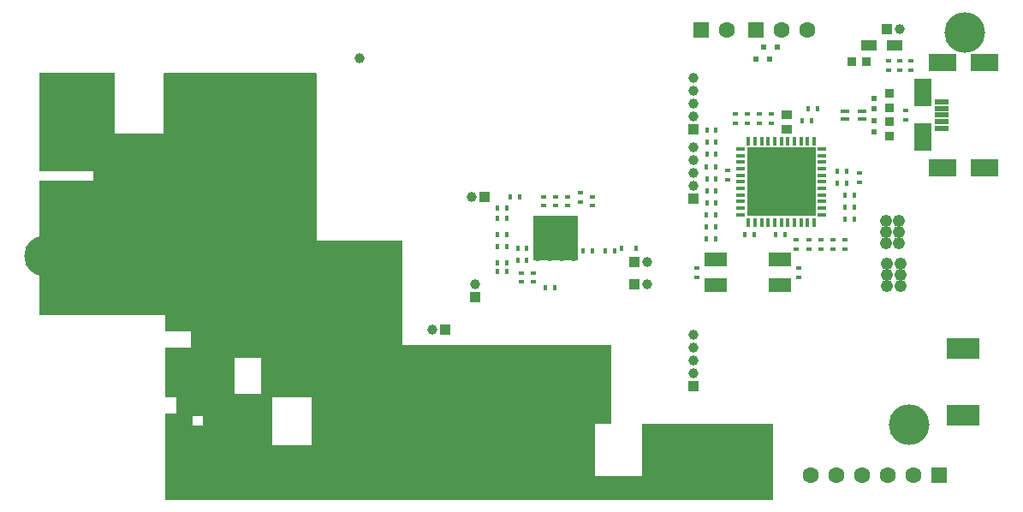
<source format=gbs>
%FSLAX25Y25*%
%MOIN*%
G70*
G01*
G75*
G04 Layer_Color=16711935*
%ADD10C,0.01102*%
%ADD11R,0.01969X0.01969*%
%ADD12C,0.06811*%
%ADD13R,0.02200X0.02200*%
%ADD14R,0.24016X0.12047*%
%ADD15R,0.04331X0.02559*%
%ADD16R,0.04331X0.02200*%
%ADD17R,0.02362X0.04724*%
%ADD18R,0.01882X0.01024*%
%ADD19R,0.06890X0.05709*%
%ADD20R,0.05709X0.06890*%
%ADD21R,0.20866X0.07874*%
%ADD22R,0.08858X0.08465*%
%ADD23R,0.03200X0.03800*%
%ADD24R,0.06000X0.12000*%
%ADD25R,0.18000X0.10000*%
%ADD26R,0.03800X0.03200*%
%ADD27R,0.02874X0.01181*%
%ADD28R,0.01181X0.02874*%
%ADD29R,0.01181X0.03268*%
%ADD30R,0.03268X0.01181*%
%ADD31R,0.12047X0.24016*%
%ADD32R,0.09685X0.03110*%
%ADD33R,0.13000X0.07874*%
%ADD34R,0.04803X0.02441*%
%ADD35R,0.01870X0.00984*%
%ADD36R,0.00984X0.01870*%
%ADD37R,0.04331X0.04331*%
%ADD38R,0.02559X0.04331*%
%ADD39R,0.02047X0.04331*%
%ADD40R,0.03937X0.01378*%
%ADD41R,0.01378X0.03937*%
%ADD42R,0.02402X0.04902*%
%ADD43R,0.04095X0.07087*%
%ADD44R,0.04331X0.05512*%
%ADD45R,0.02165X0.01181*%
%ADD46R,0.02953X0.01181*%
%ADD47R,0.01181X0.02165*%
%ADD48R,0.01181X0.02953*%
%ADD49R,0.20630X0.20630*%
%ADD50R,0.02079X0.01024*%
%ADD51R,0.01024X0.02079*%
%ADD52R,0.10630X0.10630*%
%ADD53R,0.04134X0.01772*%
%ADD54R,0.11575X0.14094*%
%ADD55R,0.06890X0.06890*%
%ADD56O,0.02362X0.01181*%
%ADD57R,0.10000X0.14000*%
%ADD58R,0.02441X0.04803*%
%ADD59R,0.10236X0.03937*%
%ADD60R,0.03937X0.10236*%
%ADD61R,0.12992X0.12992*%
%ADD62R,0.07874X0.09843*%
%ADD63R,0.07874X0.07874*%
%ADD64R,0.02756X0.02165*%
%ADD65R,0.10433X0.03150*%
%ADD66R,0.02165X0.02165*%
%ADD67R,0.02165X0.02756*%
%ADD68R,0.03150X0.10433*%
%ADD69R,0.02165X0.02165*%
%ADD70R,0.02756X0.01181*%
%ADD71R,0.02200X0.01575*%
%ADD72R,0.01575X0.02200*%
G04:AMPARAMS|DCode=73|XSize=22mil|YSize=15.75mil|CornerRadius=0mil|HoleSize=0mil|Usage=FLASHONLY|Rotation=83.000|XOffset=0mil|YOffset=0mil|HoleType=Round|Shape=Rectangle|*
%AMROTATEDRECTD73*
4,1,4,0.00648,-0.01188,-0.00916,-0.00996,-0.00648,0.01188,0.00916,0.00996,0.00648,-0.01188,0.0*
%
%ADD73ROTATEDRECTD73*%

G04:AMPARAMS|DCode=74|XSize=22mil|YSize=15.75mil|CornerRadius=0mil|HoleSize=0mil|Usage=FLASHONLY|Rotation=97.000|XOffset=0mil|YOffset=0mil|HoleType=Round|Shape=Rectangle|*
%AMROTATEDRECTD74*
4,1,4,0.00916,-0.00996,-0.00648,-0.01188,-0.00916,0.00996,0.00648,0.01188,0.00916,-0.00996,0.0*
%
%ADD74ROTATEDRECTD74*%

%ADD75R,0.01969X0.03543*%
%ADD76R,0.03543X0.01969*%
%ADD77R,0.01969X0.03347*%
%ADD78R,0.03347X0.01969*%
%ADD79R,0.06496X0.06496*%
%ADD80R,0.05906X0.05906*%
%ADD81R,0.05906X0.05906*%
%ADD82R,0.07874X0.31496*%
%ADD83C,0.01400*%
%ADD84C,0.01000*%
%ADD85C,0.07000*%
%ADD86C,0.02400*%
%ADD87C,0.01575*%
%ADD88C,0.01100*%
%ADD89C,0.07874*%
%ADD90C,0.02362*%
%ADD91C,0.09000*%
%ADD92C,0.02000*%
%ADD93C,0.02047*%
%ADD94C,0.01600*%
%ADD95C,0.01969*%
%ADD96C,0.01200*%
%ADD97C,0.05000*%
%ADD98C,0.03500*%
%ADD99C,0.02200*%
%ADD100C,0.00984*%
%ADD101R,0.12835X0.09900*%
%ADD102R,0.11900X0.24400*%
%ADD103R,0.10700X0.08011*%
%ADD104R,0.10800X0.14300*%
%ADD105R,0.14525X0.03200*%
%ADD106R,0.18522X0.03500*%
%ADD107R,0.00433X0.01700*%
%ADD108R,0.10800X0.20947*%
%ADD109R,0.12402X0.23701*%
%ADD110R,0.09900X0.12520*%
%ADD111R,0.13976X0.55984*%
%ADD112R,0.35039X0.34961*%
%ADD113C,0.06299*%
%ADD114R,0.06299X0.06299*%
%ADD115R,0.03937X0.03937*%
%ADD116C,0.03937*%
%ADD117R,0.03937X0.03937*%
%ADD118C,0.01400*%
%ADD119C,0.01200*%
%ADD120C,0.01800*%
%ADD121C,0.02000*%
%ADD122C,0.04000*%
%ADD123C,0.01969*%
%ADD124C,0.02598*%
%ADD125C,0.00787*%
%ADD126C,0.01000*%
%ADD127C,0.02500*%
%ADD128C,0.02362*%
%ADD129C,0.14961*%
%ADD130C,0.03000*%
%ADD131R,0.11900X0.14889*%
%ADD132C,0.06000*%
%ADD133R,0.01200X0.02200*%
%ADD134R,0.09843X0.05906*%
%ADD135R,0.05906X0.09843*%
%ADD136R,0.04921X0.01575*%
%ADD137R,0.04921X0.01575*%
%ADD138R,0.08661X0.05512*%
%ADD139R,0.26772X0.26772*%
%ADD140R,0.01378X0.03150*%
%ADD141R,0.03150X0.01378*%
%ADD142R,0.03543X0.01575*%
%ADD143R,0.01969X0.01969*%
%ADD144R,0.05118X0.03347*%
%ADD145C,0.00900*%
%ADD146C,0.02500*%
%ADD147R,0.01850X0.03340*%
%ADD148R,0.05908X0.03435*%
%ADD149R,0.09900X0.13110*%
%ADD150C,0.00394*%
%ADD151C,0.00827*%
%ADD152C,0.00800*%
%ADD153C,0.00787*%
%ADD154C,0.00315*%
%ADD155C,0.00591*%
%ADD156C,0.00787*%
%ADD157C,0.00394*%
%ADD158C,0.00400*%
%ADD159C,0.01378*%
%ADD160C,0.00600*%
%ADD161R,0.01181X0.02165*%
%ADD162R,0.01771X0.02165*%
%ADD163R,0.02165X0.01181*%
%ADD164R,0.02165X0.01771*%
%ADD165R,0.11221X0.13307*%
%ADD166R,0.11102X0.13661*%
%ADD167R,0.10827X0.12214*%
%ADD168R,0.12214X0.10827*%
%ADD169R,0.14902X0.56988*%
%ADD170R,0.35945X0.35886*%
%ADD171R,0.02769X0.02769*%
%ADD172C,0.07611*%
%ADD173R,0.04882X0.03110*%
%ADD174R,0.04882X0.02751*%
%ADD175R,0.02913X0.05276*%
%ADD176R,0.02433X0.01575*%
%ADD177R,0.07690X0.06509*%
%ADD178R,0.06509X0.07690*%
%ADD179R,0.21666X0.08674*%
%ADD180R,0.09658X0.09265*%
%ADD181R,0.03279X0.03879*%
%ADD182R,0.03268X0.01575*%
%ADD183R,0.01575X0.03268*%
%ADD184R,0.01575X0.03661*%
%ADD185R,0.03661X0.01575*%
%ADD186R,0.09764X0.03189*%
%ADD187R,0.05354X0.02992*%
%ADD188R,0.02185X0.01299*%
%ADD189R,0.01299X0.02185*%
%ADD190R,0.04646X0.04646*%
%ADD191R,0.03110X0.04882*%
%ADD192R,0.02598X0.04882*%
%ADD193R,0.04331X0.01772*%
%ADD194R,0.01772X0.04331*%
%ADD195R,0.03202X0.05702*%
%ADD196R,0.04895X0.07887*%
%ADD197R,0.05131X0.06312*%
%ADD198R,0.02559X0.01575*%
%ADD199R,0.03347X0.01575*%
%ADD200R,0.01575X0.02559*%
%ADD201R,0.01575X0.03347*%
%ADD202R,0.21181X0.21181*%
%ADD203R,0.02630X0.01575*%
%ADD204R,0.01575X0.02630*%
%ADD205R,0.11181X0.11181*%
%ADD206R,0.04685X0.02323*%
%ADD207R,0.11811X0.14331*%
%ADD208R,0.07284X0.07284*%
%ADD209O,0.02756X0.01575*%
%ADD210R,0.11430X0.11430*%
%ADD211R,0.02992X0.05354*%
%ADD212R,0.11036X0.04737*%
%ADD213R,0.04737X0.11036*%
%ADD214R,0.13792X0.13792*%
%ADD215R,0.08674X0.10642*%
%ADD216R,0.08674X0.08674*%
%ADD217R,0.03156X0.02565*%
%ADD218R,0.10835X0.03551*%
%ADD219R,0.02565X0.02565*%
%ADD220R,0.02565X0.03156*%
%ADD221R,0.03551X0.10835*%
%ADD222R,0.02565X0.02565*%
%ADD223R,0.03556X0.01981*%
%ADD224R,0.07296X0.07296*%
%ADD225R,0.06706X0.06706*%
%ADD226R,0.06706X0.06706*%
%ADD227R,0.08674X0.32296*%
%ADD228C,0.04737*%
%ADD229R,0.04737X0.04737*%
%ADD230R,0.04737X0.04737*%
%ADD231C,0.03398*%
%ADD232C,0.04800*%
%ADD233C,0.15761*%
%ADD234R,0.17600X0.17600*%
%ADD235R,0.10642X0.06706*%
%ADD236R,0.06706X0.10642*%
%ADD237R,0.05721X0.02375*%
%ADD238R,0.05721X0.02375*%
%ADD239R,0.27165X0.27165*%
%ADD240R,0.01772X0.03543*%
%ADD241R,0.03543X0.01772*%
%ADD242R,0.05918X0.04147*%
%ADD243R,0.03879X0.03279*%
G36*
X48268Y169698D02*
Y145905D01*
X67205D01*
Y169342D01*
X67558Y169695D01*
X126339Y169685D01*
X126693Y169331D01*
X126652Y104409D01*
X160039D01*
Y63701D01*
X241417D01*
Y32950D01*
X235060D01*
Y12756D01*
X253307D01*
Y32835D01*
X304528D01*
Y3347D01*
X68049D01*
X67696Y3700D01*
X67714Y37047D01*
X72126D01*
Y43228D01*
X68071D01*
X67718Y43582D01*
X67728Y62598D01*
X77953D01*
Y68937D01*
X68085D01*
X67732Y69291D01*
X67735Y75236D01*
X18990D01*
X18636Y75590D01*
X18655Y127598D01*
X39724D01*
Y131378D01*
X19010D01*
X18656Y131732D01*
X18670Y169703D01*
X48268Y169698D01*
D02*
G37*
%LPC*%
G36*
X124961Y43150D02*
X109331D01*
Y24606D01*
X124961D01*
Y43150D01*
D02*
G37*
G36*
X105276Y58465D02*
X94764D01*
Y44488D01*
X105276D01*
Y58465D01*
D02*
G37*
G36*
X82362Y35984D02*
X78583D01*
Y32362D01*
X82362D01*
Y35984D01*
D02*
G37*
%LPD*%
D13*
X343816Y150873D02*
D03*
Y146673D02*
D03*
Y155473D02*
D03*
Y159673D02*
D03*
D23*
X335271Y173898D02*
D03*
X340871D02*
D03*
D26*
X349916Y144873D02*
D03*
Y150473D02*
D03*
Y161573D02*
D03*
Y155973D02*
D03*
D33*
X378408Y62369D02*
D03*
Y36385D02*
D03*
D71*
X234006Y121372D02*
D03*
Y117794D02*
D03*
X229306Y122772D02*
D03*
Y119194D02*
D03*
X224606Y121372D02*
D03*
Y117794D02*
D03*
X219906Y121372D02*
D03*
Y117794D02*
D03*
X215206Y121372D02*
D03*
Y117794D02*
D03*
X211166Y88114D02*
D03*
Y91692D02*
D03*
X206566Y88114D02*
D03*
Y91692D02*
D03*
X356116Y154965D02*
D03*
Y151387D02*
D03*
X358116Y170652D02*
D03*
Y174230D02*
D03*
X353822Y170652D02*
D03*
Y174230D02*
D03*
X349528D02*
D03*
Y170652D02*
D03*
X338016Y126884D02*
D03*
Y130462D02*
D03*
X286816Y131562D02*
D03*
Y127984D02*
D03*
X314316Y93662D02*
D03*
Y90084D02*
D03*
X274916D02*
D03*
Y93662D02*
D03*
X332422Y100974D02*
D03*
Y104550D02*
D03*
X327722Y100974D02*
D03*
Y104550D02*
D03*
X323022Y100974D02*
D03*
Y104550D02*
D03*
X318322Y100974D02*
D03*
Y104550D02*
D03*
X313622Y100974D02*
D03*
Y104550D02*
D03*
X299222Y153648D02*
D03*
Y150072D02*
D03*
X303922Y153648D02*
D03*
Y150072D02*
D03*
X294522Y153648D02*
D03*
Y150072D02*
D03*
X289822Y150074D02*
D03*
Y153650D02*
D03*
D72*
X234141Y100273D02*
D03*
X230563D02*
D03*
X202177Y121203D02*
D03*
X205755D02*
D03*
X197177Y106703D02*
D03*
X200755D02*
D03*
X204977Y101303D02*
D03*
X208555D02*
D03*
X239133Y100261D02*
D03*
X242711D02*
D03*
X200705Y92373D02*
D03*
X197127D02*
D03*
X200699Y117060D02*
D03*
X197121D02*
D03*
X200749Y113000D02*
D03*
X197171D02*
D03*
X197231Y95590D02*
D03*
X200809D02*
D03*
X197177Y101803D02*
D03*
X200755D02*
D03*
X204977Y96603D02*
D03*
X208555D02*
D03*
X305527Y106473D02*
D03*
X309105D02*
D03*
X333111Y131361D02*
D03*
X329533D02*
D03*
X321703Y155573D02*
D03*
X318127D02*
D03*
X319303Y150873D02*
D03*
X315727D02*
D03*
X278629Y128273D02*
D03*
X282205D02*
D03*
X278629Y137773D02*
D03*
X282205D02*
D03*
X278629Y142473D02*
D03*
X282205D02*
D03*
X278629Y147173D02*
D03*
X282205D02*
D03*
X333103Y126573D02*
D03*
X329527D02*
D03*
X332429Y121873D02*
D03*
X336005D02*
D03*
X278629Y123573D02*
D03*
X282205D02*
D03*
X282203Y132973D02*
D03*
X278627D02*
D03*
X278629Y118873D02*
D03*
X282205D02*
D03*
X332429Y112473D02*
D03*
X336005D02*
D03*
X297103Y106473D02*
D03*
X293527D02*
D03*
X282203Y104873D02*
D03*
X278627D02*
D03*
X282203Y109473D02*
D03*
X278627D02*
D03*
X282203Y114173D02*
D03*
X278627D02*
D03*
X332429Y117173D02*
D03*
X336005D02*
D03*
X215763Y85900D02*
D03*
X219339D02*
D03*
D113*
X329022Y12861D02*
D03*
X339022D02*
D03*
X349022D02*
D03*
X359022D02*
D03*
X319022D02*
D03*
X307722Y186161D02*
D03*
X317722D02*
D03*
X286378Y186142D02*
D03*
D114*
X369022Y12861D02*
D03*
X297722Y186161D02*
D03*
X276378Y186142D02*
D03*
D115*
X192100Y121400D02*
D03*
X348722Y186461D02*
D03*
X250500Y87400D02*
D03*
Y96000D02*
D03*
X176811Y69685D02*
D03*
X89122Y20161D02*
D03*
D116*
X187100Y121400D02*
D03*
X353722Y186461D02*
D03*
X255500Y87400D02*
D03*
Y96000D02*
D03*
X171811Y69685D02*
D03*
X143300Y175300D02*
D03*
X188400Y87420D02*
D03*
X84122Y20161D02*
D03*
X273516Y67561D02*
D03*
Y62561D02*
D03*
Y57561D02*
D03*
Y52561D02*
D03*
X273583Y140591D02*
D03*
Y135591D02*
D03*
Y130591D02*
D03*
Y125591D02*
D03*
X273465Y167591D02*
D03*
Y162591D02*
D03*
Y157591D02*
D03*
Y152591D02*
D03*
D117*
X188400Y82420D02*
D03*
X273516Y47561D02*
D03*
X273583Y120591D02*
D03*
X273465Y147591D02*
D03*
D125*
X145516Y29773D02*
D03*
Y31773D02*
D03*
X143516Y23773D02*
D03*
Y27773D02*
D03*
X145516D02*
D03*
X141516Y25773D02*
D03*
Y23773D02*
D03*
X143516Y25773D02*
D03*
X141516Y27773D02*
D03*
X145516Y23773D02*
D03*
Y25773D02*
D03*
X137516Y31773D02*
D03*
X139516D02*
D03*
X141516D02*
D03*
X143516D02*
D03*
Y29773D02*
D03*
X141516D02*
D03*
X139516D02*
D03*
X137516D02*
D03*
X139516Y27773D02*
D03*
X137516D02*
D03*
X139516Y23773D02*
D03*
X137516D02*
D03*
X139516Y25773D02*
D03*
X137516D02*
D03*
D133*
X251181Y101102D02*
D03*
X245522D02*
D03*
D138*
X307017Y96794D02*
D03*
X282214Y86952D02*
D03*
X307017D02*
D03*
X282214Y96794D02*
D03*
D142*
X332369Y154751D02*
D03*
X339062Y154751D02*
D03*
X332369Y151602D02*
D03*
X339062D02*
D03*
D143*
X297766Y175061D02*
D03*
X303278D02*
D03*
X300666Y179761D02*
D03*
X306178D02*
D03*
D231*
X212629Y112260D02*
D03*
X217354D02*
D03*
X212629Y107535D02*
D03*
X217354D02*
D03*
X222078D02*
D03*
X226802D02*
D03*
X212629Y102811D02*
D03*
X217354D02*
D03*
X222078D02*
D03*
X226802D02*
D03*
X212629Y98087D02*
D03*
X217354D02*
D03*
X222078D02*
D03*
X226802D02*
D03*
Y112260D02*
D03*
X222078D02*
D03*
D232*
X348819Y90827D02*
D03*
X353976Y86693D02*
D03*
X348701Y86575D02*
D03*
X348780Y95197D02*
D03*
X354016Y90984D02*
D03*
X348583Y107583D02*
D03*
X353525Y103317D02*
D03*
X348583D02*
D03*
X353425Y111850D02*
D03*
X353504Y107583D02*
D03*
X348583Y111850D02*
D03*
X354134Y95315D02*
D03*
D233*
X20827Y98421D02*
D03*
X160744Y35787D02*
D03*
X379295Y185300D02*
D03*
X357422Y32650D02*
D03*
D234*
X219822Y105216D02*
D03*
D235*
X386903Y132704D02*
D03*
X370565D02*
D03*
Y173649D02*
D03*
X386903D02*
D03*
D236*
X362888Y144515D02*
D03*
Y161838D02*
D03*
D237*
X369974Y148058D02*
D03*
D238*
Y150617D02*
D03*
Y153176D02*
D03*
Y155735D02*
D03*
Y158294D02*
D03*
D239*
X307703Y127173D02*
D03*
D240*
X294907Y142921D02*
D03*
X297466D02*
D03*
X300026D02*
D03*
X302585D02*
D03*
X305144D02*
D03*
X307703D02*
D03*
X310262D02*
D03*
X312821D02*
D03*
X315380D02*
D03*
X317939D02*
D03*
X320498D02*
D03*
Y111425D02*
D03*
X317939D02*
D03*
X315380D02*
D03*
X312821D02*
D03*
X310262D02*
D03*
X307703D02*
D03*
X305144D02*
D03*
X302585D02*
D03*
X300026D02*
D03*
X297466D02*
D03*
X294907D02*
D03*
D241*
X323451Y139969D02*
D03*
Y137409D02*
D03*
Y134850D02*
D03*
Y132291D02*
D03*
Y129732D02*
D03*
Y127426D02*
D03*
Y124614D02*
D03*
Y122055D02*
D03*
Y119496D02*
D03*
Y116937D02*
D03*
Y114378D02*
D03*
X291955D02*
D03*
Y116937D02*
D03*
Y119496D02*
D03*
Y122055D02*
D03*
Y124614D02*
D03*
Y127183D02*
D03*
Y129732D02*
D03*
Y132291D02*
D03*
Y134850D02*
D03*
Y137409D02*
D03*
Y139969D02*
D03*
D242*
X351929Y180157D02*
D03*
X341693D02*
D03*
D243*
X309716Y147673D02*
D03*
Y153273D02*
D03*
M02*

</source>
